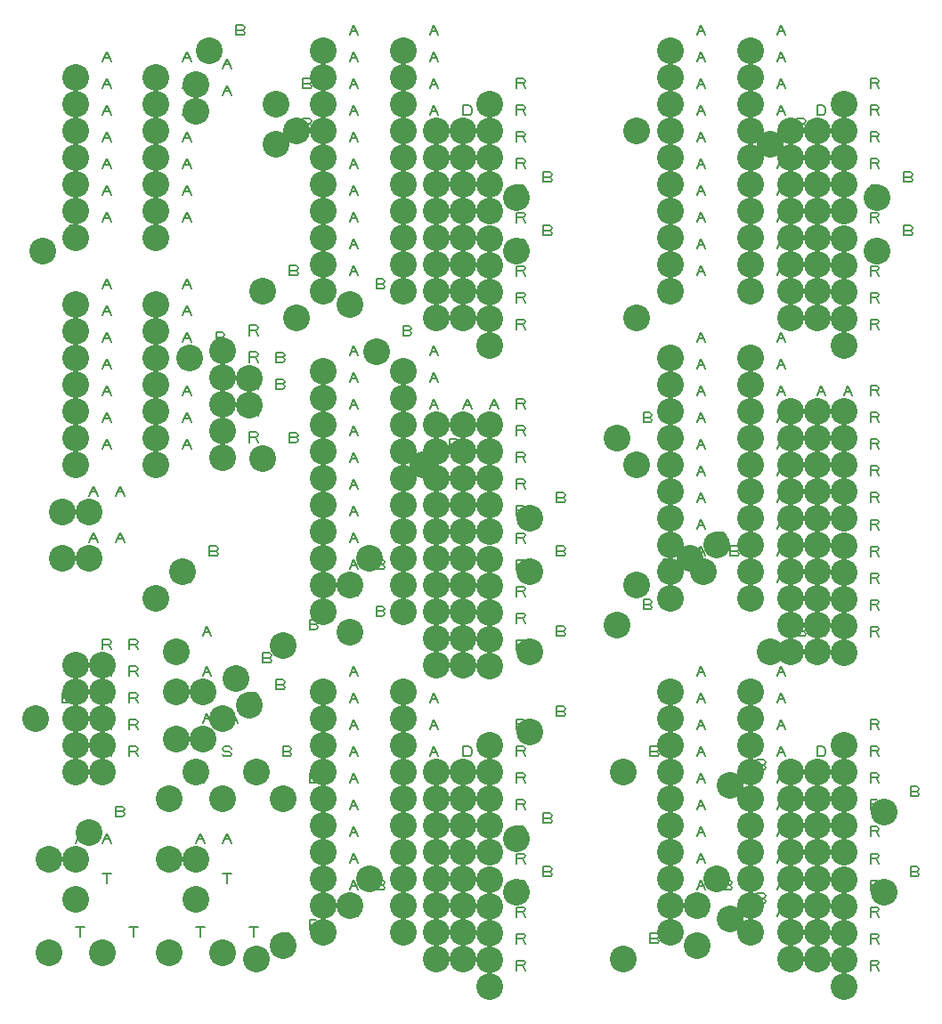
<source format=gbr>
G04 DesignSpark PCB Gerber Version 10.0 Build 5299*
G04 #@! TF.Part,Single*
G04 #@! TF.FileFunction,Drillmap*
G04 #@! TF.FilePolarity,Positive*
%FSLAX35Y35*%
%MOIN*%
%ADD13C,0.00500*%
G04 #@! TA.AperFunction,ViaPad*
%ADD97C,0.10000*%
G04 #@! TD.AperFunction*
X0Y0D02*
D02*
D13*
X32437Y120563D02*
X33063Y120250D01*
X33375Y119625D01*
X33063Y119000D01*
X32437Y118687D01*
X30250D01*
Y122437D01*
X32437D01*
X33063Y122125D01*
X33375Y121500D01*
X33063Y120875D01*
X32437Y120563D01*
X30250D01*
X34937Y295563D02*
X35563Y295250D01*
X35875Y294625D01*
X35563Y294000D01*
X34937Y293687D01*
X32750D01*
Y297437D01*
X34937D01*
X35563Y297125D01*
X35875Y296500D01*
X35563Y295875D01*
X34937Y295563D01*
X32750D01*
X36813Y31187D02*
Y34937D01*
X35250D02*
X38375D01*
X35250Y66187D02*
X36813Y69937D01*
X38375Y66187D01*
X35875Y67750D02*
X37750D01*
X40250Y178687D02*
X41813Y182437D01*
X43375Y178687D01*
X40875Y180250D02*
X42750D01*
X40250Y196187D02*
X41813Y199937D01*
X43375Y196187D01*
X40875Y197750D02*
X42750D01*
X46813Y51187D02*
Y54937D01*
X45250D02*
X48375D01*
X45250Y66187D02*
X46813Y69937D01*
X48375Y66187D01*
X45875Y67750D02*
X47750D01*
X45250Y98687D02*
Y102437D01*
X47437D01*
X48063Y102125D01*
X48375Y101500D01*
X48063Y100875D01*
X47437Y100563D01*
X45250D01*
X47437D02*
X48375Y98687D01*
X45250Y108687D02*
Y112437D01*
X47437D01*
X48063Y112125D01*
X48375Y111500D01*
X48063Y110875D01*
X47437Y110563D01*
X45250D01*
X47437D02*
X48375Y108687D01*
X45250Y118687D02*
Y122437D01*
X47437D01*
X48063Y122125D01*
X48375Y121500D01*
X48063Y120875D01*
X47437Y120563D01*
X45250D01*
X47437D02*
X48375Y118687D01*
X45250Y128687D02*
Y132437D01*
X47437D01*
X48063Y132125D01*
X48375Y131500D01*
X48063Y130875D01*
X47437Y130563D01*
X45250D01*
X47437D02*
X48375Y128687D01*
X45250Y138687D02*
Y142437D01*
X47437D01*
X48063Y142125D01*
X48375Y141500D01*
X48063Y140875D01*
X47437Y140563D01*
X45250D01*
X47437D02*
X48375Y138687D01*
X45250Y213687D02*
X46813Y217437D01*
X48375Y213687D01*
X45875Y215250D02*
X47750D01*
X45250Y223687D02*
X46813Y227437D01*
X48375Y223687D01*
X45875Y225250D02*
X47750D01*
X45250Y233687D02*
X46813Y237437D01*
X48375Y233687D01*
X45875Y235250D02*
X47750D01*
X45250Y243687D02*
X46813Y247437D01*
X48375Y243687D01*
X45875Y245250D02*
X47750D01*
X45250Y253687D02*
X46813Y257437D01*
X48375Y253687D01*
X45875Y255250D02*
X47750D01*
X45250Y263687D02*
X46813Y267437D01*
X48375Y263687D01*
X45875Y265250D02*
X47750D01*
X45250Y273687D02*
X46813Y277437D01*
X48375Y273687D01*
X45875Y275250D02*
X47750D01*
X45250Y298687D02*
X46813Y302437D01*
X48375Y298687D01*
X45875Y300250D02*
X47750D01*
X45250Y308687D02*
X46813Y312437D01*
X48375Y308687D01*
X45875Y310250D02*
X47750D01*
X45250Y318687D02*
X46813Y322437D01*
X48375Y318687D01*
X45875Y320250D02*
X47750D01*
X45250Y328687D02*
X46813Y332437D01*
X48375Y328687D01*
X45875Y330250D02*
X47750D01*
X45250Y338687D02*
X46813Y342437D01*
X48375Y338687D01*
X45875Y340250D02*
X47750D01*
X45250Y348687D02*
X46813Y352437D01*
X48375Y348687D01*
X45875Y350250D02*
X47750D01*
X45250Y358687D02*
X46813Y362437D01*
X48375Y358687D01*
X45875Y360250D02*
X47750D01*
X52437Y78063D02*
X53063Y77750D01*
X53375Y77125D01*
X53063Y76500D01*
X52437Y76187D01*
X50250D01*
Y79937D01*
X52437D01*
X53063Y79625D01*
X53375Y79000D01*
X53063Y78375D01*
X52437Y78063D01*
X50250D01*
Y178687D02*
X51813Y182437D01*
X53375Y178687D01*
X50875Y180250D02*
X52750D01*
X50250Y196187D02*
X51813Y199937D01*
X53375Y196187D01*
X50875Y197750D02*
X52750D01*
X56813Y31187D02*
Y34937D01*
X55250D02*
X58375D01*
X55250Y98687D02*
Y102437D01*
X57437D01*
X58063Y102125D01*
X58375Y101500D01*
X58063Y100875D01*
X57437Y100563D01*
X55250D01*
X57437D02*
X58375Y98687D01*
X55250Y108687D02*
Y112437D01*
X57437D01*
X58063Y112125D01*
X58375Y111500D01*
X58063Y110875D01*
X57437Y110563D01*
X55250D01*
X57437D02*
X58375Y108687D01*
X55250Y118687D02*
Y122437D01*
X57437D01*
X58063Y122125D01*
X58375Y121500D01*
X58063Y120875D01*
X57437Y120563D01*
X55250D01*
X57437D02*
X58375Y118687D01*
X55250Y128687D02*
Y132437D01*
X57437D01*
X58063Y132125D01*
X58375Y131500D01*
X58063Y130875D01*
X57437Y130563D01*
X55250D01*
X57437D02*
X58375Y128687D01*
X55250Y138687D02*
Y142437D01*
X57437D01*
X58063Y142125D01*
X58375Y141500D01*
X58063Y140875D01*
X57437Y140563D01*
X55250D01*
X57437D02*
X58375Y138687D01*
X77437Y165563D02*
X78063Y165250D01*
X78375Y164625D01*
X78063Y164000D01*
X77437Y163687D01*
X75250D01*
Y167437D01*
X77437D01*
X78063Y167125D01*
X78375Y166500D01*
X78063Y165875D01*
X77437Y165563D01*
X75250D01*
Y213687D02*
X76813Y217437D01*
X78375Y213687D01*
X75875Y215250D02*
X77750D01*
X75250Y223687D02*
X76813Y227437D01*
X78375Y223687D01*
X75875Y225250D02*
X77750D01*
X75250Y233687D02*
X76813Y237437D01*
X78375Y233687D01*
X75875Y235250D02*
X77750D01*
X75250Y243687D02*
X76813Y247437D01*
X78375Y243687D01*
X75875Y245250D02*
X77750D01*
X75250Y253687D02*
X76813Y257437D01*
X78375Y253687D01*
X75875Y255250D02*
X77750D01*
X75250Y263687D02*
X76813Y267437D01*
X78375Y263687D01*
X75875Y265250D02*
X77750D01*
X75250Y273687D02*
X76813Y277437D01*
X78375Y273687D01*
X75875Y275250D02*
X77750D01*
X75250Y298687D02*
X76813Y302437D01*
X78375Y298687D01*
X75875Y300250D02*
X77750D01*
X75250Y308687D02*
X76813Y312437D01*
X78375Y308687D01*
X75875Y310250D02*
X77750D01*
X75250Y318687D02*
X76813Y322437D01*
X78375Y318687D01*
X75875Y320250D02*
X77750D01*
X75250Y328687D02*
X76813Y332437D01*
X78375Y328687D01*
X75875Y330250D02*
X77750D01*
X75250Y338687D02*
X76813Y342437D01*
X78375Y338687D01*
X75875Y340250D02*
X77750D01*
X75250Y348687D02*
X76813Y352437D01*
X78375Y348687D01*
X75875Y350250D02*
X77750D01*
X75250Y358687D02*
X76813Y362437D01*
X78375Y358687D01*
X75875Y360250D02*
X77750D01*
X81813Y31187D02*
Y34937D01*
X80250D02*
X83375D01*
X80250Y66187D02*
X81813Y69937D01*
X83375Y66187D01*
X80875Y67750D02*
X82750D01*
X80250Y89625D02*
X80563Y89000D01*
X81187Y88687D01*
X82437D01*
X83063Y89000D01*
X83375Y89625D01*
X83063Y90250D01*
X82437Y90563D01*
X81187D01*
X80563Y90875D01*
X80250Y91500D01*
X80563Y92125D01*
X81187Y92437D01*
X82437D01*
X83063Y92125D01*
X83375Y91500D01*
X82750Y111187D02*
X84313Y114937D01*
X85875Y111187D01*
X83375Y112750D02*
X85250D01*
X82750Y128687D02*
X84313Y132437D01*
X85875Y128687D01*
X83375Y130250D02*
X85250D01*
X82750Y143687D02*
X84313Y147437D01*
X85875Y143687D01*
X83375Y145250D02*
X85250D01*
X87437Y175563D02*
X88063Y175250D01*
X88375Y174625D01*
X88063Y174000D01*
X87437Y173687D01*
X85250D01*
Y177437D01*
X87437D01*
X88063Y177125D01*
X88375Y176500D01*
X88063Y175875D01*
X87437Y175563D01*
X85250D01*
X89937Y255563D02*
X90563Y255250D01*
X90875Y254625D01*
X90563Y254000D01*
X89937Y253687D01*
X87750D01*
Y257437D01*
X89937D01*
X90563Y257125D01*
X90875Y256500D01*
X90563Y255875D01*
X89937Y255563D01*
X87750D01*
X91813Y51187D02*
Y54937D01*
X90250D02*
X93375D01*
X90250Y66187D02*
X91813Y69937D01*
X93375Y66187D01*
X90875Y67750D02*
X92750D01*
X90250Y99625D02*
X90563Y99000D01*
X91187Y98687D01*
X92437D01*
X93063Y99000D01*
X93375Y99625D01*
X93063Y100250D01*
X92437Y100563D01*
X91187D01*
X90563Y100875D01*
X90250Y101500D01*
X90563Y102125D01*
X91187Y102437D01*
X92437D01*
X93063Y102125D01*
X93375Y101500D01*
X90250Y346187D02*
X91813Y349937D01*
X93375Y346187D01*
X90875Y347750D02*
X92750D01*
X90250Y356187D02*
X91813Y359937D01*
X93375Y356187D01*
X90875Y357750D02*
X92750D01*
Y111187D02*
X94313Y114937D01*
X95875Y111187D01*
X93375Y112750D02*
X95250D01*
X92750Y128687D02*
X94313Y132437D01*
X95875Y128687D01*
X93375Y130250D02*
X95250D01*
X97437Y370563D02*
X98063Y370250D01*
X98375Y369625D01*
X98063Y369000D01*
X97437Y368687D01*
X95250D01*
Y372437D01*
X97437D01*
X98063Y372125D01*
X98375Y371500D01*
X98063Y370875D01*
X97437Y370563D01*
X95250D01*
X101813Y31187D02*
Y34937D01*
X100250D02*
X103375D01*
X100250Y89625D02*
X100563Y89000D01*
X101187Y88687D01*
X102437D01*
X103063Y89000D01*
X103375Y89625D01*
X103063Y90250D01*
X102437Y90563D01*
X101187D01*
X100563Y90875D01*
X100250Y91500D01*
X100563Y92125D01*
X101187Y92437D01*
X102437D01*
X103063Y92125D01*
X103375Y91500D01*
X102437Y120563D02*
X103063Y120250D01*
X103375Y119625D01*
X103063Y119000D01*
X102437Y118687D01*
X100250D01*
Y122437D01*
X102437D01*
X103063Y122125D01*
X103375Y121500D01*
X103063Y120875D01*
X102437Y120563D01*
X100250D01*
Y216306D02*
Y220056D01*
X102437D01*
X103063Y219743D01*
X103375Y219118D01*
X103063Y218493D01*
X102437Y218181D01*
X100250D01*
X102437D02*
X103375Y216306D01*
X100250Y226306D02*
Y230056D01*
X102437D01*
X103063Y229743D01*
X103375Y229118D01*
X103063Y228493D01*
X102437Y228181D01*
X100250D01*
X102437D02*
X103375Y226306D01*
X100250Y236306D02*
Y240056D01*
X102437D01*
X103063Y239743D01*
X103375Y239118D01*
X103063Y238493D01*
X102437Y238181D01*
X100250D01*
X102437D02*
X103375Y236306D01*
X100250Y246306D02*
Y250056D01*
X102437D01*
X103063Y249743D01*
X103375Y249118D01*
X103063Y248493D01*
X102437Y248181D01*
X100250D01*
X102437D02*
X103375Y246306D01*
X100250Y256306D02*
Y260056D01*
X102437D01*
X103063Y259743D01*
X103375Y259118D01*
X103063Y258493D01*
X102437Y258181D01*
X100250D01*
X102437D02*
X103375Y256306D01*
X107437Y135563D02*
X108063Y135250D01*
X108375Y134625D01*
X108063Y134000D01*
X107437Y133687D01*
X105250D01*
Y137437D01*
X107437D01*
X108063Y137125D01*
X108375Y136500D01*
X108063Y135875D01*
X107437Y135563D01*
X105250D01*
X112437Y125563D02*
X113063Y125250D01*
X113375Y124625D01*
X113063Y124000D01*
X112437Y123687D01*
X110250D01*
Y127437D01*
X112437D01*
X113063Y127125D01*
X113375Y126500D01*
X113063Y125875D01*
X112437Y125563D01*
X110250D01*
X112437Y238063D02*
X113063Y237750D01*
X113375Y237125D01*
X113063Y236500D01*
X112437Y236187D01*
X110250D01*
Y239937D01*
X112437D01*
X113063Y239625D01*
X113375Y239000D01*
X113063Y238375D01*
X112437Y238063D01*
X110250D01*
X112437Y248063D02*
X113063Y247750D01*
X113375Y247125D01*
X113063Y246500D01*
X112437Y246187D01*
X110250D01*
Y249937D01*
X112437D01*
X113063Y249625D01*
X113375Y249000D01*
X113063Y248375D01*
X112437Y248063D01*
X110250D01*
X114937Y30563D02*
X115563Y30250D01*
X115875Y29625D01*
X115563Y29000D01*
X114937Y28687D01*
X112750D01*
Y32437D01*
X114937D01*
X115563Y32125D01*
X115875Y31500D01*
X115563Y30875D01*
X114937Y30563D01*
X112750D01*
X114937Y100563D02*
X115563Y100250D01*
X115875Y99625D01*
X115563Y99000D01*
X114937Y98687D01*
X112750D01*
Y102437D01*
X114937D01*
X115563Y102125D01*
X115875Y101500D01*
X115563Y100875D01*
X114937Y100563D01*
X112750D01*
X117437Y218063D02*
X118063Y217750D01*
X118375Y217125D01*
X118063Y216500D01*
X117437Y216187D01*
X115250D01*
Y219937D01*
X117437D01*
X118063Y219625D01*
X118375Y219000D01*
X118063Y218375D01*
X117437Y218063D01*
X115250D01*
X117437Y280563D02*
X118063Y280250D01*
X118375Y279625D01*
X118063Y279000D01*
X117437Y278687D01*
X115250D01*
Y282437D01*
X117437D01*
X118063Y282125D01*
X118375Y281500D01*
X118063Y280875D01*
X117437Y280563D01*
X115250D01*
X122437Y335563D02*
X123063Y335250D01*
X123375Y334625D01*
X123063Y334000D01*
X122437Y333687D01*
X120250D01*
Y337437D01*
X122437D01*
X123063Y337125D01*
X123375Y336500D01*
X123063Y335875D01*
X122437Y335563D01*
X120250D01*
X122437Y350563D02*
X123063Y350250D01*
X123375Y349625D01*
X123063Y349000D01*
X122437Y348687D01*
X120250D01*
Y352437D01*
X122437D01*
X123063Y352125D01*
X123375Y351500D01*
X123063Y350875D01*
X122437Y350563D01*
X120250D01*
X124937Y35563D02*
X125563Y35250D01*
X125875Y34625D01*
X125563Y34000D01*
X124937Y33687D01*
X122750D01*
Y37437D01*
X124937D01*
X125563Y37125D01*
X125875Y36500D01*
X125563Y35875D01*
X124937Y35563D01*
X122750D01*
X124937Y90563D02*
X125563Y90250D01*
X125875Y89625D01*
X125563Y89000D01*
X124937Y88687D01*
X122750D01*
Y92437D01*
X124937D01*
X125563Y92125D01*
X125875Y91500D01*
X125563Y90875D01*
X124937Y90563D01*
X122750D01*
X124937Y148063D02*
X125563Y147750D01*
X125875Y147125D01*
X125563Y146500D01*
X124937Y146187D01*
X122750D01*
Y149937D01*
X124937D01*
X125563Y149625D01*
X125875Y149000D01*
X125563Y148375D01*
X124937Y148063D01*
X122750D01*
X129937Y270563D02*
X130563Y270250D01*
X130875Y269625D01*
X130563Y269000D01*
X129937Y268687D01*
X127750D01*
Y272437D01*
X129937D01*
X130563Y272125D01*
X130875Y271500D01*
X130563Y270875D01*
X129937Y270563D01*
X127750D01*
X129937Y340563D02*
X130563Y340250D01*
X130875Y339625D01*
X130563Y339000D01*
X129937Y338687D01*
X127750D01*
Y342437D01*
X129937D01*
X130563Y342125D01*
X130875Y341500D01*
X130563Y340875D01*
X129937Y340563D01*
X127750D01*
X137750Y38687D02*
X139313Y42437D01*
X140875Y38687D01*
X138375Y40250D02*
X140250D01*
X137750Y48687D02*
X139313Y52437D01*
X140875Y48687D01*
X138375Y50250D02*
X140250D01*
X137750Y58687D02*
X139313Y62437D01*
X140875Y58687D01*
X138375Y60250D02*
X140250D01*
X137750Y68687D02*
X139313Y72437D01*
X140875Y68687D01*
X138375Y70250D02*
X140250D01*
X137750Y78687D02*
X139313Y82437D01*
X140875Y78687D01*
X138375Y80250D02*
X140250D01*
X137750Y88687D02*
X139313Y92437D01*
X140875Y88687D01*
X138375Y90250D02*
X140250D01*
X137750Y98687D02*
X139313Y102437D01*
X140875Y98687D01*
X138375Y100250D02*
X140250D01*
X137750Y108687D02*
X139313Y112437D01*
X140875Y108687D01*
X138375Y110250D02*
X140250D01*
X137750Y118687D02*
X139313Y122437D01*
X140875Y118687D01*
X138375Y120250D02*
X140250D01*
X137750Y128687D02*
X139313Y132437D01*
X140875Y128687D01*
X138375Y130250D02*
X140250D01*
X137750Y158687D02*
X139313Y162437D01*
X140875Y158687D01*
X138375Y160250D02*
X140250D01*
X137750Y168687D02*
X139313Y172437D01*
X140875Y168687D01*
X138375Y170250D02*
X140250D01*
X137750Y178687D02*
X139313Y182437D01*
X140875Y178687D01*
X138375Y180250D02*
X140250D01*
X137750Y188687D02*
X139313Y192437D01*
X140875Y188687D01*
X138375Y190250D02*
X140250D01*
X137750Y198687D02*
X139313Y202437D01*
X140875Y198687D01*
X138375Y200250D02*
X140250D01*
X137750Y208687D02*
X139313Y212437D01*
X140875Y208687D01*
X138375Y210250D02*
X140250D01*
X137750Y218687D02*
X139313Y222437D01*
X140875Y218687D01*
X138375Y220250D02*
X140250D01*
X137750Y228687D02*
X139313Y232437D01*
X140875Y228687D01*
X138375Y230250D02*
X140250D01*
X137750Y238687D02*
X139313Y242437D01*
X140875Y238687D01*
X138375Y240250D02*
X140250D01*
X137750Y248687D02*
X139313Y252437D01*
X140875Y248687D01*
X138375Y250250D02*
X140250D01*
X137750Y278687D02*
X139313Y282437D01*
X140875Y278687D01*
X138375Y280250D02*
X140250D01*
X137750Y288687D02*
X139313Y292437D01*
X140875Y288687D01*
X138375Y290250D02*
X140250D01*
X137750Y298687D02*
X139313Y302437D01*
X140875Y298687D01*
X138375Y300250D02*
X140250D01*
X137750Y308687D02*
X139313Y312437D01*
X140875Y308687D01*
X138375Y310250D02*
X140250D01*
X137750Y318687D02*
X139313Y322437D01*
X140875Y318687D01*
X138375Y320250D02*
X140250D01*
X137750Y328687D02*
X139313Y332437D01*
X140875Y328687D01*
X138375Y330250D02*
X140250D01*
X137750Y338687D02*
X139313Y342437D01*
X140875Y338687D01*
X138375Y340250D02*
X140250D01*
X137750Y348687D02*
X139313Y352437D01*
X140875Y348687D01*
X138375Y350250D02*
X140250D01*
X137750Y358687D02*
X139313Y362437D01*
X140875Y358687D01*
X138375Y360250D02*
X140250D01*
X137750Y368687D02*
X139313Y372437D01*
X140875Y368687D01*
X138375Y370250D02*
X140250D01*
X149937Y50563D02*
X150563Y50250D01*
X150875Y49625D01*
X150563Y49000D01*
X149937Y48687D01*
X147750D01*
Y52437D01*
X149937D01*
X150563Y52125D01*
X150875Y51500D01*
X150563Y50875D01*
X149937Y50563D01*
X147750D01*
X149937Y153063D02*
X150563Y152750D01*
X150875Y152125D01*
X150563Y151500D01*
X149937Y151187D01*
X147750D01*
Y154937D01*
X149937D01*
X150563Y154625D01*
X150875Y154000D01*
X150563Y153375D01*
X149937Y153063D01*
X147750D01*
X149937Y170563D02*
X150563Y170250D01*
X150875Y169625D01*
X150563Y169000D01*
X149937Y168687D01*
X147750D01*
Y172437D01*
X149937D01*
X150563Y172125D01*
X150875Y171500D01*
X150563Y170875D01*
X149937Y170563D01*
X147750D01*
X149937Y275563D02*
X150563Y275250D01*
X150875Y274625D01*
X150563Y274000D01*
X149937Y273687D01*
X147750D01*
Y277437D01*
X149937D01*
X150563Y277125D01*
X150875Y276500D01*
X150563Y275875D01*
X149937Y275563D01*
X147750D01*
X157437Y60563D02*
X158063Y60250D01*
X158375Y59625D01*
X158063Y59000D01*
X157437Y58687D01*
X155250D01*
Y62437D01*
X157437D01*
X158063Y62125D01*
X158375Y61500D01*
X158063Y60875D01*
X157437Y60563D01*
X155250D01*
X157437Y180563D02*
X158063Y180250D01*
X158375Y179625D01*
X158063Y179000D01*
X157437Y178687D01*
X155250D01*
Y182437D01*
X157437D01*
X158063Y182125D01*
X158375Y181500D01*
X158063Y180875D01*
X157437Y180563D01*
X155250D01*
X159937Y258063D02*
X160563Y257750D01*
X160875Y257125D01*
X160563Y256500D01*
X159937Y256187D01*
X157750D01*
Y259937D01*
X159937D01*
X160563Y259625D01*
X160875Y259000D01*
X160563Y258375D01*
X159937Y258063D01*
X157750D01*
X167750Y38687D02*
X169313Y42437D01*
X170875Y38687D01*
X168375Y40250D02*
X170250D01*
X167750Y48687D02*
X169313Y52437D01*
X170875Y48687D01*
X168375Y50250D02*
X170250D01*
X167750Y58687D02*
X169313Y62437D01*
X170875Y58687D01*
X168375Y60250D02*
X170250D01*
X167750Y68687D02*
X169313Y72437D01*
X170875Y68687D01*
X168375Y70250D02*
X170250D01*
X167750Y78687D02*
X169313Y82437D01*
X170875Y78687D01*
X168375Y80250D02*
X170250D01*
X167750Y88687D02*
X169313Y92437D01*
X170875Y88687D01*
X168375Y90250D02*
X170250D01*
X167750Y98687D02*
X169313Y102437D01*
X170875Y98687D01*
X168375Y100250D02*
X170250D01*
X167750Y108687D02*
X169313Y112437D01*
X170875Y108687D01*
X168375Y110250D02*
X170250D01*
X167750Y118687D02*
X169313Y122437D01*
X170875Y118687D01*
X168375Y120250D02*
X170250D01*
X167750Y128687D02*
X169313Y132437D01*
X170875Y128687D01*
X168375Y130250D02*
X170250D01*
X167750Y158687D02*
X169313Y162437D01*
X170875Y158687D01*
X168375Y160250D02*
X170250D01*
X167750Y168687D02*
X169313Y172437D01*
X170875Y168687D01*
X168375Y170250D02*
X170250D01*
X167750Y178687D02*
X169313Y182437D01*
X170875Y178687D01*
X168375Y180250D02*
X170250D01*
X167750Y188687D02*
X169313Y192437D01*
X170875Y188687D01*
X168375Y190250D02*
X170250D01*
X167750Y198687D02*
X169313Y202437D01*
X170875Y198687D01*
X168375Y200250D02*
X170250D01*
X167750Y208687D02*
X169313Y212437D01*
X170875Y208687D01*
X168375Y210250D02*
X170250D01*
X167750Y218687D02*
X169313Y222437D01*
X170875Y218687D01*
X168375Y220250D02*
X170250D01*
X167750Y228687D02*
X169313Y232437D01*
X170875Y228687D01*
X168375Y230250D02*
X170250D01*
X167750Y238687D02*
X169313Y242437D01*
X170875Y238687D01*
X168375Y240250D02*
X170250D01*
X167750Y248687D02*
X169313Y252437D01*
X170875Y248687D01*
X168375Y250250D02*
X170250D01*
X167750Y278687D02*
X169313Y282437D01*
X170875Y278687D01*
X168375Y280250D02*
X170250D01*
X167750Y288687D02*
X169313Y292437D01*
X170875Y288687D01*
X168375Y290250D02*
X170250D01*
X167750Y298687D02*
X169313Y302437D01*
X170875Y298687D01*
X168375Y300250D02*
X170250D01*
X167750Y308687D02*
X169313Y312437D01*
X170875Y308687D01*
X168375Y310250D02*
X170250D01*
X167750Y318687D02*
X169313Y322437D01*
X170875Y318687D01*
X168375Y320250D02*
X170250D01*
X167750Y328687D02*
X169313Y332437D01*
X170875Y328687D01*
X168375Y330250D02*
X170250D01*
X167750Y338687D02*
X169313Y342437D01*
X170875Y338687D01*
X168375Y340250D02*
X170250D01*
X167750Y348687D02*
X169313Y352437D01*
X170875Y348687D01*
X168375Y350250D02*
X170250D01*
X167750Y358687D02*
X169313Y362437D01*
X170875Y358687D01*
X168375Y360250D02*
X170250D01*
X167750Y368687D02*
X169313Y372437D01*
X170875Y368687D01*
X168375Y370250D02*
X170250D01*
X177437Y215563D02*
X178063Y215250D01*
X178375Y214625D01*
X178063Y214000D01*
X177437Y213687D01*
X175250D01*
Y217437D01*
X177437D01*
X178063Y217125D01*
X178375Y216500D01*
X178063Y215875D01*
X177437Y215563D01*
X175250D01*
X180250Y28687D02*
Y32437D01*
X182125D01*
X182750Y32125D01*
X183063Y31813D01*
X183375Y31187D01*
Y29937D01*
X183063Y29313D01*
X182750Y29000D01*
X182125Y28687D01*
X180250D01*
Y38687D02*
Y42437D01*
X182125D01*
X182750Y42125D01*
X183063Y41813D01*
X183375Y41187D01*
Y39937D01*
X183063Y39313D01*
X182750Y39000D01*
X182125Y38687D01*
X180250D01*
Y48687D02*
Y52437D01*
X182125D01*
X182750Y52125D01*
X183063Y51813D01*
X183375Y51187D01*
Y49937D01*
X183063Y49313D01*
X182750Y49000D01*
X182125Y48687D01*
X180250D01*
Y58687D02*
Y62437D01*
X182125D01*
X182750Y62125D01*
X183063Y61813D01*
X183375Y61187D01*
Y59937D01*
X183063Y59313D01*
X182750Y59000D01*
X182125Y58687D01*
X180250D01*
Y68687D02*
Y72437D01*
X182125D01*
X182750Y72125D01*
X183063Y71813D01*
X183375Y71187D01*
Y69937D01*
X183063Y69313D01*
X182750Y69000D01*
X182125Y68687D01*
X180250D01*
Y78687D02*
Y82437D01*
X182125D01*
X182750Y82125D01*
X183063Y81813D01*
X183375Y81187D01*
Y79937D01*
X183063Y79313D01*
X182750Y79000D01*
X182125Y78687D01*
X180250D01*
Y88687D02*
Y92437D01*
X182125D01*
X182750Y92125D01*
X183063Y91813D01*
X183375Y91187D01*
Y89937D01*
X183063Y89313D01*
X182750Y89000D01*
X182125Y88687D01*
X180250D01*
Y98687D02*
Y102437D01*
X182125D01*
X182750Y102125D01*
X183063Y101813D01*
X183375Y101187D01*
Y99937D01*
X183063Y99313D01*
X182750Y99000D01*
X182125Y98687D01*
X180250D01*
Y138687D02*
X181813Y142437D01*
X183375Y138687D01*
X180875Y140250D02*
X182750D01*
X180250Y148687D02*
Y152437D01*
X182125D01*
X182750Y152125D01*
X183063Y151813D01*
X183375Y151187D01*
Y149937D01*
X183063Y149313D01*
X182750Y149000D01*
X182125Y148687D01*
X180250D01*
Y158687D02*
Y162437D01*
X182125D01*
X182750Y162125D01*
X183063Y161813D01*
X183375Y161187D01*
Y159937D01*
X183063Y159313D01*
X182750Y159000D01*
X182125Y158687D01*
X180250D01*
Y168687D02*
Y172437D01*
X182125D01*
X182750Y172125D01*
X183063Y171813D01*
X183375Y171187D01*
Y169937D01*
X183063Y169313D01*
X182750Y169000D01*
X182125Y168687D01*
X180250D01*
Y178687D02*
Y182437D01*
X182125D01*
X182750Y182125D01*
X183063Y181813D01*
X183375Y181187D01*
Y179937D01*
X183063Y179313D01*
X182750Y179000D01*
X182125Y178687D01*
X180250D01*
Y188687D02*
Y192437D01*
X182125D01*
X182750Y192125D01*
X183063Y191813D01*
X183375Y191187D01*
Y189937D01*
X183063Y189313D01*
X182750Y189000D01*
X182125Y188687D01*
X180250D01*
Y198687D02*
Y202437D01*
X182125D01*
X182750Y202125D01*
X183063Y201813D01*
X183375Y201187D01*
Y199937D01*
X183063Y199313D01*
X182750Y199000D01*
X182125Y198687D01*
X180250D01*
Y208687D02*
Y212437D01*
X182125D01*
X182750Y212125D01*
X183063Y211813D01*
X183375Y211187D01*
Y209937D01*
X183063Y209313D01*
X182750Y209000D01*
X182125Y208687D01*
X180250D01*
Y218687D02*
Y222437D01*
X182125D01*
X182750Y222125D01*
X183063Y221813D01*
X183375Y221187D01*
Y219937D01*
X183063Y219313D01*
X182750Y219000D01*
X182125Y218687D01*
X180250D01*
Y228687D02*
X181813Y232437D01*
X183375Y228687D01*
X180875Y230250D02*
X182750D01*
X180250Y268687D02*
Y272437D01*
X182125D01*
X182750Y272125D01*
X183063Y271813D01*
X183375Y271187D01*
Y269937D01*
X183063Y269313D01*
X182750Y269000D01*
X182125Y268687D01*
X180250D01*
Y278687D02*
Y282437D01*
X182125D01*
X182750Y282125D01*
X183063Y281813D01*
X183375Y281187D01*
Y279937D01*
X183063Y279313D01*
X182750Y279000D01*
X182125Y278687D01*
X180250D01*
Y288687D02*
Y292437D01*
X182125D01*
X182750Y292125D01*
X183063Y291813D01*
X183375Y291187D01*
Y289937D01*
X183063Y289313D01*
X182750Y289000D01*
X182125Y288687D01*
X180250D01*
Y298687D02*
Y302437D01*
X182125D01*
X182750Y302125D01*
X183063Y301813D01*
X183375Y301187D01*
Y299937D01*
X183063Y299313D01*
X182750Y299000D01*
X182125Y298687D01*
X180250D01*
Y308687D02*
Y312437D01*
X182125D01*
X182750Y312125D01*
X183063Y311813D01*
X183375Y311187D01*
Y309937D01*
X183063Y309313D01*
X182750Y309000D01*
X182125Y308687D01*
X180250D01*
Y318687D02*
Y322437D01*
X182125D01*
X182750Y322125D01*
X183063Y321813D01*
X183375Y321187D01*
Y319937D01*
X183063Y319313D01*
X182750Y319000D01*
X182125Y318687D01*
X180250D01*
Y328687D02*
Y332437D01*
X182125D01*
X182750Y332125D01*
X183063Y331813D01*
X183375Y331187D01*
Y329937D01*
X183063Y329313D01*
X182750Y329000D01*
X182125Y328687D01*
X180250D01*
Y338687D02*
Y342437D01*
X182125D01*
X182750Y342125D01*
X183063Y341813D01*
X183375Y341187D01*
Y339937D01*
X183063Y339313D01*
X182750Y339000D01*
X182125Y338687D01*
X180250D01*
X190250Y28687D02*
Y32437D01*
X192125D01*
X192750Y32125D01*
X193063Y31813D01*
X193375Y31187D01*
Y29937D01*
X193063Y29313D01*
X192750Y29000D01*
X192125Y28687D01*
X190250D01*
Y38687D02*
Y42437D01*
X192125D01*
X192750Y42125D01*
X193063Y41813D01*
X193375Y41187D01*
Y39937D01*
X193063Y39313D01*
X192750Y39000D01*
X192125Y38687D01*
X190250D01*
Y48687D02*
Y52437D01*
X192125D01*
X192750Y52125D01*
X193063Y51813D01*
X193375Y51187D01*
Y49937D01*
X193063Y49313D01*
X192750Y49000D01*
X192125Y48687D01*
X190250D01*
Y58687D02*
Y62437D01*
X192125D01*
X192750Y62125D01*
X193063Y61813D01*
X193375Y61187D01*
Y59937D01*
X193063Y59313D01*
X192750Y59000D01*
X192125Y58687D01*
X190250D01*
Y68687D02*
Y72437D01*
X192125D01*
X192750Y72125D01*
X193063Y71813D01*
X193375Y71187D01*
Y69937D01*
X193063Y69313D01*
X192750Y69000D01*
X192125Y68687D01*
X190250D01*
Y78687D02*
Y82437D01*
X192125D01*
X192750Y82125D01*
X193063Y81813D01*
X193375Y81187D01*
Y79937D01*
X193063Y79313D01*
X192750Y79000D01*
X192125Y78687D01*
X190250D01*
Y88687D02*
Y92437D01*
X192125D01*
X192750Y92125D01*
X193063Y91813D01*
X193375Y91187D01*
Y89937D01*
X193063Y89313D01*
X192750Y89000D01*
X192125Y88687D01*
X190250D01*
Y98687D02*
Y102437D01*
X192125D01*
X192750Y102125D01*
X193063Y101813D01*
X193375Y101187D01*
Y99937D01*
X193063Y99313D01*
X192750Y99000D01*
X192125Y98687D01*
X190250D01*
Y138687D02*
X191813Y142437D01*
X193375Y138687D01*
X190875Y140250D02*
X192750D01*
X190250Y148687D02*
Y152437D01*
X192125D01*
X192750Y152125D01*
X193063Y151813D01*
X193375Y151187D01*
Y149937D01*
X193063Y149313D01*
X192750Y149000D01*
X192125Y148687D01*
X190250D01*
Y158687D02*
Y162437D01*
X192125D01*
X192750Y162125D01*
X193063Y161813D01*
X193375Y161187D01*
Y159937D01*
X193063Y159313D01*
X192750Y159000D01*
X192125Y158687D01*
X190250D01*
Y168687D02*
Y172437D01*
X192125D01*
X192750Y172125D01*
X193063Y171813D01*
X193375Y171187D01*
Y169937D01*
X193063Y169313D01*
X192750Y169000D01*
X192125Y168687D01*
X190250D01*
Y178687D02*
Y182437D01*
X192125D01*
X192750Y182125D01*
X193063Y181813D01*
X193375Y181187D01*
Y179937D01*
X193063Y179313D01*
X192750Y179000D01*
X192125Y178687D01*
X190250D01*
Y188687D02*
Y192437D01*
X192125D01*
X192750Y192125D01*
X193063Y191813D01*
X193375Y191187D01*
Y189937D01*
X193063Y189313D01*
X192750Y189000D01*
X192125Y188687D01*
X190250D01*
Y198687D02*
Y202437D01*
X192125D01*
X192750Y202125D01*
X193063Y201813D01*
X193375Y201187D01*
Y199937D01*
X193063Y199313D01*
X192750Y199000D01*
X192125Y198687D01*
X190250D01*
Y208687D02*
Y212437D01*
X192125D01*
X192750Y212125D01*
X193063Y211813D01*
X193375Y211187D01*
Y209937D01*
X193063Y209313D01*
X192750Y209000D01*
X192125Y208687D01*
X190250D01*
Y218687D02*
Y222437D01*
X192125D01*
X192750Y222125D01*
X193063Y221813D01*
X193375Y221187D01*
Y219937D01*
X193063Y219313D01*
X192750Y219000D01*
X192125Y218687D01*
X190250D01*
Y228687D02*
X191813Y232437D01*
X193375Y228687D01*
X190875Y230250D02*
X192750D01*
X190250Y268687D02*
Y272437D01*
X192125D01*
X192750Y272125D01*
X193063Y271813D01*
X193375Y271187D01*
Y269937D01*
X193063Y269313D01*
X192750Y269000D01*
X192125Y268687D01*
X190250D01*
Y278687D02*
Y282437D01*
X192125D01*
X192750Y282125D01*
X193063Y281813D01*
X193375Y281187D01*
Y279937D01*
X193063Y279313D01*
X192750Y279000D01*
X192125Y278687D01*
X190250D01*
Y288687D02*
Y292437D01*
X192125D01*
X192750Y292125D01*
X193063Y291813D01*
X193375Y291187D01*
Y289937D01*
X193063Y289313D01*
X192750Y289000D01*
X192125Y288687D01*
X190250D01*
Y298687D02*
Y302437D01*
X192125D01*
X192750Y302125D01*
X193063Y301813D01*
X193375Y301187D01*
Y299937D01*
X193063Y299313D01*
X192750Y299000D01*
X192125Y298687D01*
X190250D01*
Y308687D02*
Y312437D01*
X192125D01*
X192750Y312125D01*
X193063Y311813D01*
X193375Y311187D01*
Y309937D01*
X193063Y309313D01*
X192750Y309000D01*
X192125Y308687D01*
X190250D01*
Y318687D02*
Y322437D01*
X192125D01*
X192750Y322125D01*
X193063Y321813D01*
X193375Y321187D01*
Y319937D01*
X193063Y319313D01*
X192750Y319000D01*
X192125Y318687D01*
X190250D01*
Y328687D02*
Y332437D01*
X192125D01*
X192750Y332125D01*
X193063Y331813D01*
X193375Y331187D01*
Y329937D01*
X193063Y329313D01*
X192750Y329000D01*
X192125Y328687D01*
X190250D01*
Y338687D02*
Y342437D01*
X192125D01*
X192750Y342125D01*
X193063Y341813D01*
X193375Y341187D01*
Y339937D01*
X193063Y339313D01*
X192750Y339000D01*
X192125Y338687D01*
X190250D01*
X200250Y18569D02*
Y22319D01*
X202437D01*
X203063Y22007D01*
X203375Y21382D01*
X203063Y20757D01*
X202437Y20444D01*
X200250D01*
X202437D02*
X203375Y18569D01*
X200250Y28569D02*
Y32319D01*
X202437D01*
X203063Y32007D01*
X203375Y31382D01*
X203063Y30757D01*
X202437Y30444D01*
X200250D01*
X202437D02*
X203375Y28569D01*
X200250Y38569D02*
Y42319D01*
X202437D01*
X203063Y42007D01*
X203375Y41382D01*
X203063Y40757D01*
X202437Y40444D01*
X200250D01*
X202437D02*
X203375Y38569D01*
X200250Y48569D02*
Y52319D01*
X202437D01*
X203063Y52007D01*
X203375Y51382D01*
X203063Y50757D01*
X202437Y50444D01*
X200250D01*
X202437D02*
X203375Y48569D01*
X200250Y58569D02*
Y62319D01*
X202437D01*
X203063Y62007D01*
X203375Y61382D01*
X203063Y60757D01*
X202437Y60444D01*
X200250D01*
X202437D02*
X203375Y58569D01*
X200250Y68806D02*
Y72556D01*
X202437D01*
X203063Y72243D01*
X203375Y71618D01*
X203063Y70993D01*
X202437Y70681D01*
X200250D01*
X202437D02*
X203375Y68806D01*
X200250Y78806D02*
Y82556D01*
X202437D01*
X203063Y82243D01*
X203375Y81618D01*
X203063Y80993D01*
X202437Y80681D01*
X200250D01*
X202437D02*
X203375Y78806D01*
X200250Y88806D02*
Y92556D01*
X202437D01*
X203063Y92243D01*
X203375Y91618D01*
X203063Y90993D01*
X202437Y90681D01*
X200250D01*
X202437D02*
X203375Y88806D01*
X200250Y98806D02*
Y102556D01*
X202437D01*
X203063Y102243D01*
X203375Y101618D01*
X203063Y100993D01*
X202437Y100681D01*
X200250D01*
X202437D02*
X203375Y98806D01*
X200250Y108806D02*
Y112556D01*
X202437D01*
X203063Y112243D01*
X203375Y111618D01*
X203063Y110993D01*
X202437Y110681D01*
X200250D01*
X202437D02*
X203375Y108806D01*
X200250Y138569D02*
Y142319D01*
X202437D01*
X203063Y142007D01*
X203375Y141382D01*
X203063Y140757D01*
X202437Y140444D01*
X200250D01*
X202437D02*
X203375Y138569D01*
X200250Y148569D02*
Y152319D01*
X202437D01*
X203063Y152007D01*
X203375Y151382D01*
X203063Y150757D01*
X202437Y150444D01*
X200250D01*
X202437D02*
X203375Y148569D01*
X200250Y158569D02*
Y162319D01*
X202437D01*
X203063Y162007D01*
X203375Y161382D01*
X203063Y160757D01*
X202437Y160444D01*
X200250D01*
X202437D02*
X203375Y158569D01*
X200250Y168569D02*
Y172319D01*
X202437D01*
X203063Y172007D01*
X203375Y171382D01*
X203063Y170757D01*
X202437Y170444D01*
X200250D01*
X202437D02*
X203375Y168569D01*
X200250Y178569D02*
Y182319D01*
X202437D01*
X203063Y182007D01*
X203375Y181382D01*
X203063Y180757D01*
X202437Y180444D01*
X200250D01*
X202437D02*
X203375Y178569D01*
X200250Y188806D02*
Y192556D01*
X202437D01*
X203063Y192243D01*
X203375Y191618D01*
X203063Y190993D01*
X202437Y190681D01*
X200250D01*
X202437D02*
X203375Y188806D01*
X200250Y198806D02*
Y202556D01*
X202437D01*
X203063Y202243D01*
X203375Y201618D01*
X203063Y200993D01*
X202437Y200681D01*
X200250D01*
X202437D02*
X203375Y198806D01*
X200250Y208806D02*
Y212556D01*
X202437D01*
X203063Y212243D01*
X203375Y211618D01*
X203063Y210993D01*
X202437Y210681D01*
X200250D01*
X202437D02*
X203375Y208806D01*
X200250Y218806D02*
Y222556D01*
X202437D01*
X203063Y222243D01*
X203375Y221618D01*
X203063Y220993D01*
X202437Y220681D01*
X200250D01*
X202437D02*
X203375Y218806D01*
X200250Y228806D02*
Y232556D01*
X202437D01*
X203063Y232243D01*
X203375Y231618D01*
X203063Y230993D01*
X202437Y230681D01*
X200250D01*
X202437D02*
X203375Y228806D01*
X200250Y258569D02*
Y262319D01*
X202437D01*
X203063Y262007D01*
X203375Y261382D01*
X203063Y260757D01*
X202437Y260444D01*
X200250D01*
X202437D02*
X203375Y258569D01*
X200250Y268569D02*
Y272319D01*
X202437D01*
X203063Y272007D01*
X203375Y271382D01*
X203063Y270757D01*
X202437Y270444D01*
X200250D01*
X202437D02*
X203375Y268569D01*
X200250Y278569D02*
Y282319D01*
X202437D01*
X203063Y282007D01*
X203375Y281382D01*
X203063Y280757D01*
X202437Y280444D01*
X200250D01*
X202437D02*
X203375Y278569D01*
X200250Y288569D02*
Y292319D01*
X202437D01*
X203063Y292007D01*
X203375Y291382D01*
X203063Y290757D01*
X202437Y290444D01*
X200250D01*
X202437D02*
X203375Y288569D01*
X200250Y298569D02*
Y302319D01*
X202437D01*
X203063Y302007D01*
X203375Y301382D01*
X203063Y300757D01*
X202437Y300444D01*
X200250D01*
X202437D02*
X203375Y298569D01*
X200250Y308806D02*
Y312556D01*
X202437D01*
X203063Y312243D01*
X203375Y311618D01*
X203063Y310993D01*
X202437Y310681D01*
X200250D01*
X202437D02*
X203375Y308806D01*
X200250Y318806D02*
Y322556D01*
X202437D01*
X203063Y322243D01*
X203375Y321618D01*
X203063Y320993D01*
X202437Y320681D01*
X200250D01*
X202437D02*
X203375Y318806D01*
X200250Y328806D02*
Y332556D01*
X202437D01*
X203063Y332243D01*
X203375Y331618D01*
X203063Y330993D01*
X202437Y330681D01*
X200250D01*
X202437D02*
X203375Y328806D01*
X200250Y338806D02*
Y342556D01*
X202437D01*
X203063Y342243D01*
X203375Y341618D01*
X203063Y340993D01*
X202437Y340681D01*
X200250D01*
X202437D02*
X203375Y338806D01*
X200250Y348806D02*
Y352556D01*
X202437D01*
X203063Y352243D01*
X203375Y351618D01*
X203063Y350993D01*
X202437Y350681D01*
X200250D01*
X202437D02*
X203375Y348806D01*
X212437Y55563D02*
X213063Y55250D01*
X213375Y54625D01*
X213063Y54000D01*
X212437Y53687D01*
X210250D01*
Y57437D01*
X212437D01*
X213063Y57125D01*
X213375Y56500D01*
X213063Y55875D01*
X212437Y55563D01*
X210250D01*
X212437Y75563D02*
X213063Y75250D01*
X213375Y74625D01*
X213063Y74000D01*
X212437Y73687D01*
X210250D01*
Y77437D01*
X212437D01*
X213063Y77125D01*
X213375Y76500D01*
X213063Y75875D01*
X212437Y75563D01*
X210250D01*
X212437Y295563D02*
X213063Y295250D01*
X213375Y294625D01*
X213063Y294000D01*
X212437Y293687D01*
X210250D01*
Y297437D01*
X212437D01*
X213063Y297125D01*
X213375Y296500D01*
X213063Y295875D01*
X212437Y295563D01*
X210250D01*
X212437Y315563D02*
X213063Y315250D01*
X213375Y314625D01*
X213063Y314000D01*
X212437Y313687D01*
X210250D01*
Y317437D01*
X212437D01*
X213063Y317125D01*
X213375Y316500D01*
X213063Y315875D01*
X212437Y315563D01*
X210250D01*
X217437Y115563D02*
X218063Y115250D01*
X218375Y114625D01*
X218063Y114000D01*
X217437Y113687D01*
X215250D01*
Y117437D01*
X217437D01*
X218063Y117125D01*
X218375Y116500D01*
X218063Y115875D01*
X217437Y115563D01*
X215250D01*
X217437Y145563D02*
X218063Y145250D01*
X218375Y144625D01*
X218063Y144000D01*
X217437Y143687D01*
X215250D01*
Y147437D01*
X217437D01*
X218063Y147125D01*
X218375Y146500D01*
X218063Y145875D01*
X217437Y145563D01*
X215250D01*
X217437Y175563D02*
X218063Y175250D01*
X218375Y174625D01*
X218063Y174000D01*
X217437Y173687D01*
X215250D01*
Y177437D01*
X217437D01*
X218063Y177125D01*
X218375Y176500D01*
X218063Y175875D01*
X217437Y175563D01*
X215250D01*
X217437Y195563D02*
X218063Y195250D01*
X218375Y194625D01*
X218063Y194000D01*
X217437Y193687D01*
X215250D01*
Y197437D01*
X217437D01*
X218063Y197125D01*
X218375Y196500D01*
X218063Y195875D01*
X217437Y195563D01*
X215250D01*
X249937Y155563D02*
X250563Y155250D01*
X250875Y154625D01*
X250563Y154000D01*
X249937Y153687D01*
X247750D01*
Y157437D01*
X249937D01*
X250563Y157125D01*
X250875Y156500D01*
X250563Y155875D01*
X249937Y155563D01*
X247750D01*
X249937Y225563D02*
X250563Y225250D01*
X250875Y224625D01*
X250563Y224000D01*
X249937Y223687D01*
X247750D01*
Y227437D01*
X249937D01*
X250563Y227125D01*
X250875Y226500D01*
X250563Y225875D01*
X249937Y225563D01*
X247750D01*
X252437Y30563D02*
X253063Y30250D01*
X253375Y29625D01*
X253063Y29000D01*
X252437Y28687D01*
X250250D01*
Y32437D01*
X252437D01*
X253063Y32125D01*
X253375Y31500D01*
X253063Y30875D01*
X252437Y30563D01*
X250250D01*
X252437Y100563D02*
X253063Y100250D01*
X253375Y99625D01*
X253063Y99000D01*
X252437Y98687D01*
X250250D01*
Y102437D01*
X252437D01*
X253063Y102125D01*
X253375Y101500D01*
X253063Y100875D01*
X252437Y100563D01*
X250250D01*
X257437Y170563D02*
X258063Y170250D01*
X258375Y169625D01*
X258063Y169000D01*
X257437Y168687D01*
X255250D01*
Y172437D01*
X257437D01*
X258063Y172125D01*
X258375Y171500D01*
X258063Y170875D01*
X257437Y170563D01*
X255250D01*
X257437Y215563D02*
X258063Y215250D01*
X258375Y214625D01*
X258063Y214000D01*
X257437Y213687D01*
X255250D01*
Y217437D01*
X257437D01*
X258063Y217125D01*
X258375Y216500D01*
X258063Y215875D01*
X257437Y215563D01*
X255250D01*
X257437Y270563D02*
X258063Y270250D01*
X258375Y269625D01*
X258063Y269000D01*
X257437Y268687D01*
X255250D01*
Y272437D01*
X257437D01*
X258063Y272125D01*
X258375Y271500D01*
X258063Y270875D01*
X257437Y270563D01*
X255250D01*
X257437Y340563D02*
X258063Y340250D01*
X258375Y339625D01*
X258063Y339000D01*
X257437Y338687D01*
X255250D01*
Y342437D01*
X257437D01*
X258063Y342125D01*
X258375Y341500D01*
X258063Y340875D01*
X257437Y340563D01*
X255250D01*
X267750Y38687D02*
X269313Y42437D01*
X270875Y38687D01*
X268375Y40250D02*
X270250D01*
X267750Y48687D02*
X269313Y52437D01*
X270875Y48687D01*
X268375Y50250D02*
X270250D01*
X267750Y58687D02*
X269313Y62437D01*
X270875Y58687D01*
X268375Y60250D02*
X270250D01*
X267750Y68687D02*
X269313Y72437D01*
X270875Y68687D01*
X268375Y70250D02*
X270250D01*
X267750Y78687D02*
X269313Y82437D01*
X270875Y78687D01*
X268375Y80250D02*
X270250D01*
X267750Y88687D02*
X269313Y92437D01*
X270875Y88687D01*
X268375Y90250D02*
X270250D01*
X267750Y98687D02*
X269313Y102437D01*
X270875Y98687D01*
X268375Y100250D02*
X270250D01*
X267750Y108687D02*
X269313Y112437D01*
X270875Y108687D01*
X268375Y110250D02*
X270250D01*
X267750Y118687D02*
X269313Y122437D01*
X270875Y118687D01*
X268375Y120250D02*
X270250D01*
X267750Y128687D02*
X269313Y132437D01*
X270875Y128687D01*
X268375Y130250D02*
X270250D01*
X267750Y163687D02*
X269313Y167437D01*
X270875Y163687D01*
X268375Y165250D02*
X270250D01*
X267750Y173687D02*
X269313Y177437D01*
X270875Y173687D01*
X268375Y175250D02*
X270250D01*
X267750Y183687D02*
X269313Y187437D01*
X270875Y183687D01*
X268375Y185250D02*
X270250D01*
X267750Y193687D02*
X269313Y197437D01*
X270875Y193687D01*
X268375Y195250D02*
X270250D01*
X267750Y203687D02*
X269313Y207437D01*
X270875Y203687D01*
X268375Y205250D02*
X270250D01*
X267750Y213687D02*
X269313Y217437D01*
X270875Y213687D01*
X268375Y215250D02*
X270250D01*
X267750Y223687D02*
X269313Y227437D01*
X270875Y223687D01*
X268375Y225250D02*
X270250D01*
X267750Y233687D02*
X269313Y237437D01*
X270875Y233687D01*
X268375Y235250D02*
X270250D01*
X267750Y243687D02*
X269313Y247437D01*
X270875Y243687D01*
X268375Y245250D02*
X270250D01*
X267750Y253687D02*
X269313Y257437D01*
X270875Y253687D01*
X268375Y255250D02*
X270250D01*
X267750Y278687D02*
X269313Y282437D01*
X270875Y278687D01*
X268375Y280250D02*
X270250D01*
X267750Y288687D02*
X269313Y292437D01*
X270875Y288687D01*
X268375Y290250D02*
X270250D01*
X267750Y298687D02*
X269313Y302437D01*
X270875Y298687D01*
X268375Y300250D02*
X270250D01*
X267750Y308687D02*
X269313Y312437D01*
X270875Y308687D01*
X268375Y310250D02*
X270250D01*
X267750Y318687D02*
X269313Y322437D01*
X270875Y318687D01*
X268375Y320250D02*
X270250D01*
X267750Y328687D02*
X269313Y332437D01*
X270875Y328687D01*
X268375Y330250D02*
X270250D01*
X267750Y338687D02*
X269313Y342437D01*
X270875Y338687D01*
X268375Y340250D02*
X270250D01*
X267750Y348687D02*
X269313Y352437D01*
X270875Y348687D01*
X268375Y350250D02*
X270250D01*
X267750Y358687D02*
X269313Y362437D01*
X270875Y358687D01*
X268375Y360250D02*
X270250D01*
X267750Y368687D02*
X269313Y372437D01*
X270875Y368687D01*
X268375Y370250D02*
X270250D01*
X277437Y180563D02*
X278063Y180250D01*
X278375Y179625D01*
X278063Y179000D01*
X277437Y178687D01*
X275250D01*
Y182437D01*
X277437D01*
X278063Y182125D01*
X278375Y181500D01*
X278063Y180875D01*
X277437Y180563D01*
X275250D01*
X279937Y35563D02*
X280563Y35250D01*
X280875Y34625D01*
X280563Y34000D01*
X279937Y33687D01*
X277750D01*
Y37437D01*
X279937D01*
X280563Y37125D01*
X280875Y36500D01*
X280563Y35875D01*
X279937Y35563D01*
X277750D01*
X279937Y50563D02*
X280563Y50250D01*
X280875Y49625D01*
X280563Y49000D01*
X279937Y48687D01*
X277750D01*
Y52437D01*
X279937D01*
X280563Y52125D01*
X280875Y51500D01*
X280563Y50875D01*
X279937Y50563D01*
X277750D01*
X282437Y175563D02*
X283063Y175250D01*
X283375Y174625D01*
X283063Y174000D01*
X282437Y173687D01*
X280250D01*
Y177437D01*
X282437D01*
X283063Y177125D01*
X283375Y176500D01*
X283063Y175875D01*
X282437Y175563D01*
X280250D01*
X287437Y60563D02*
X288063Y60250D01*
X288375Y59625D01*
X288063Y59000D01*
X287437Y58687D01*
X285250D01*
Y62437D01*
X287437D01*
X288063Y62125D01*
X288375Y61500D01*
X288063Y60875D01*
X287437Y60563D01*
X285250D01*
X287437Y185563D02*
X288063Y185250D01*
X288375Y184625D01*
X288063Y184000D01*
X287437Y183687D01*
X285250D01*
Y187437D01*
X287437D01*
X288063Y187125D01*
X288375Y186500D01*
X288063Y185875D01*
X287437Y185563D01*
X285250D01*
X292437Y45563D02*
X293063Y45250D01*
X293375Y44625D01*
X293063Y44000D01*
X292437Y43687D01*
X290250D01*
Y47437D01*
X292437D01*
X293063Y47125D01*
X293375Y46500D01*
X293063Y45875D01*
X292437Y45563D01*
X290250D01*
X292437Y95563D02*
X293063Y95250D01*
X293375Y94625D01*
X293063Y94000D01*
X292437Y93687D01*
X290250D01*
Y97437D01*
X292437D01*
X293063Y97125D01*
X293375Y96500D01*
X293063Y95875D01*
X292437Y95563D01*
X290250D01*
X297750Y38687D02*
X299313Y42437D01*
X300875Y38687D01*
X298375Y40250D02*
X300250D01*
X297750Y48687D02*
X299313Y52437D01*
X300875Y48687D01*
X298375Y50250D02*
X300250D01*
X297750Y58687D02*
X299313Y62437D01*
X300875Y58687D01*
X298375Y60250D02*
X300250D01*
X297750Y68687D02*
X299313Y72437D01*
X300875Y68687D01*
X298375Y70250D02*
X300250D01*
X297750Y78687D02*
X299313Y82437D01*
X300875Y78687D01*
X298375Y80250D02*
X300250D01*
X297750Y88687D02*
X299313Y92437D01*
X300875Y88687D01*
X298375Y90250D02*
X300250D01*
X297750Y98687D02*
X299313Y102437D01*
X300875Y98687D01*
X298375Y100250D02*
X300250D01*
X297750Y108687D02*
X299313Y112437D01*
X300875Y108687D01*
X298375Y110250D02*
X300250D01*
X297750Y118687D02*
X299313Y122437D01*
X300875Y118687D01*
X298375Y120250D02*
X300250D01*
X297750Y128687D02*
X299313Y132437D01*
X300875Y128687D01*
X298375Y130250D02*
X300250D01*
X297750Y163687D02*
X299313Y167437D01*
X300875Y163687D01*
X298375Y165250D02*
X300250D01*
X297750Y173687D02*
X299313Y177437D01*
X300875Y173687D01*
X298375Y175250D02*
X300250D01*
X297750Y183687D02*
X299313Y187437D01*
X300875Y183687D01*
X298375Y185250D02*
X300250D01*
X297750Y193687D02*
X299313Y197437D01*
X300875Y193687D01*
X298375Y195250D02*
X300250D01*
X297750Y203687D02*
X299313Y207437D01*
X300875Y203687D01*
X298375Y205250D02*
X300250D01*
X297750Y213687D02*
X299313Y217437D01*
X300875Y213687D01*
X298375Y215250D02*
X300250D01*
X297750Y223687D02*
X299313Y227437D01*
X300875Y223687D01*
X298375Y225250D02*
X300250D01*
X297750Y233687D02*
X299313Y237437D01*
X300875Y233687D01*
X298375Y235250D02*
X300250D01*
X297750Y243687D02*
X299313Y247437D01*
X300875Y243687D01*
X298375Y245250D02*
X300250D01*
X297750Y253687D02*
X299313Y257437D01*
X300875Y253687D01*
X298375Y255250D02*
X300250D01*
X297750Y278687D02*
X299313Y282437D01*
X300875Y278687D01*
X298375Y280250D02*
X300250D01*
X297750Y288687D02*
X299313Y292437D01*
X300875Y288687D01*
X298375Y290250D02*
X300250D01*
X297750Y298687D02*
X299313Y302437D01*
X300875Y298687D01*
X298375Y300250D02*
X300250D01*
X297750Y308687D02*
X299313Y312437D01*
X300875Y308687D01*
X298375Y310250D02*
X300250D01*
X297750Y318687D02*
X299313Y322437D01*
X300875Y318687D01*
X298375Y320250D02*
X300250D01*
X297750Y328687D02*
X299313Y332437D01*
X300875Y328687D01*
X298375Y330250D02*
X300250D01*
X297750Y338687D02*
X299313Y342437D01*
X300875Y338687D01*
X298375Y340250D02*
X300250D01*
X297750Y348687D02*
X299313Y352437D01*
X300875Y348687D01*
X298375Y350250D02*
X300250D01*
X297750Y358687D02*
X299313Y362437D01*
X300875Y358687D01*
X298375Y360250D02*
X300250D01*
X297750Y368687D02*
X299313Y372437D01*
X300875Y368687D01*
X298375Y370250D02*
X300250D01*
X307437Y145563D02*
X308063Y145250D01*
X308375Y144625D01*
X308063Y144000D01*
X307437Y143687D01*
X305250D01*
Y147437D01*
X307437D01*
X308063Y147125D01*
X308375Y146500D01*
X308063Y145875D01*
X307437Y145563D01*
X305250D01*
X307437Y335563D02*
X308063Y335250D01*
X308375Y334625D01*
X308063Y334000D01*
X307437Y333687D01*
X305250D01*
Y337437D01*
X307437D01*
X308063Y337125D01*
X308375Y336500D01*
X308063Y335875D01*
X307437Y335563D01*
X305250D01*
X312750Y28687D02*
Y32437D01*
X314625D01*
X315250Y32125D01*
X315563Y31813D01*
X315875Y31187D01*
Y29937D01*
X315563Y29313D01*
X315250Y29000D01*
X314625Y28687D01*
X312750D01*
Y38687D02*
Y42437D01*
X314625D01*
X315250Y42125D01*
X315563Y41813D01*
X315875Y41187D01*
Y39937D01*
X315563Y39313D01*
X315250Y39000D01*
X314625Y38687D01*
X312750D01*
Y48687D02*
Y52437D01*
X314625D01*
X315250Y52125D01*
X315563Y51813D01*
X315875Y51187D01*
Y49937D01*
X315563Y49313D01*
X315250Y49000D01*
X314625Y48687D01*
X312750D01*
Y58687D02*
Y62437D01*
X314625D01*
X315250Y62125D01*
X315563Y61813D01*
X315875Y61187D01*
Y59937D01*
X315563Y59313D01*
X315250Y59000D01*
X314625Y58687D01*
X312750D01*
Y68687D02*
Y72437D01*
X314625D01*
X315250Y72125D01*
X315563Y71813D01*
X315875Y71187D01*
Y69937D01*
X315563Y69313D01*
X315250Y69000D01*
X314625Y68687D01*
X312750D01*
Y78687D02*
Y82437D01*
X314625D01*
X315250Y82125D01*
X315563Y81813D01*
X315875Y81187D01*
Y79937D01*
X315563Y79313D01*
X315250Y79000D01*
X314625Y78687D01*
X312750D01*
Y88687D02*
Y92437D01*
X314625D01*
X315250Y92125D01*
X315563Y91813D01*
X315875Y91187D01*
Y89937D01*
X315563Y89313D01*
X315250Y89000D01*
X314625Y88687D01*
X312750D01*
Y98687D02*
Y102437D01*
X314625D01*
X315250Y102125D01*
X315563Y101813D01*
X315875Y101187D01*
Y99937D01*
X315563Y99313D01*
X315250Y99000D01*
X314625Y98687D01*
X312750D01*
Y143687D02*
X314313Y147437D01*
X315875Y143687D01*
X313375Y145250D02*
X315250D01*
X312750Y153687D02*
Y157437D01*
X314625D01*
X315250Y157125D01*
X315563Y156813D01*
X315875Y156187D01*
Y154937D01*
X315563Y154313D01*
X315250Y154000D01*
X314625Y153687D01*
X312750D01*
Y163687D02*
Y167437D01*
X314625D01*
X315250Y167125D01*
X315563Y166813D01*
X315875Y166187D01*
Y164937D01*
X315563Y164313D01*
X315250Y164000D01*
X314625Y163687D01*
X312750D01*
Y173687D02*
Y177437D01*
X314625D01*
X315250Y177125D01*
X315563Y176813D01*
X315875Y176187D01*
Y174937D01*
X315563Y174313D01*
X315250Y174000D01*
X314625Y173687D01*
X312750D01*
Y183687D02*
Y187437D01*
X314625D01*
X315250Y187125D01*
X315563Y186813D01*
X315875Y186187D01*
Y184937D01*
X315563Y184313D01*
X315250Y184000D01*
X314625Y183687D01*
X312750D01*
Y193687D02*
Y197437D01*
X314625D01*
X315250Y197125D01*
X315563Y196813D01*
X315875Y196187D01*
Y194937D01*
X315563Y194313D01*
X315250Y194000D01*
X314625Y193687D01*
X312750D01*
Y203687D02*
Y207437D01*
X314625D01*
X315250Y207125D01*
X315563Y206813D01*
X315875Y206187D01*
Y204937D01*
X315563Y204313D01*
X315250Y204000D01*
X314625Y203687D01*
X312750D01*
Y213687D02*
Y217437D01*
X314625D01*
X315250Y217125D01*
X315563Y216813D01*
X315875Y216187D01*
Y214937D01*
X315563Y214313D01*
X315250Y214000D01*
X314625Y213687D01*
X312750D01*
Y223687D02*
Y227437D01*
X314625D01*
X315250Y227125D01*
X315563Y226813D01*
X315875Y226187D01*
Y224937D01*
X315563Y224313D01*
X315250Y224000D01*
X314625Y223687D01*
X312750D01*
Y233687D02*
X314313Y237437D01*
X315875Y233687D01*
X313375Y235250D02*
X315250D01*
X312750Y268687D02*
Y272437D01*
X314625D01*
X315250Y272125D01*
X315563Y271813D01*
X315875Y271187D01*
Y269937D01*
X315563Y269313D01*
X315250Y269000D01*
X314625Y268687D01*
X312750D01*
Y278687D02*
Y282437D01*
X314625D01*
X315250Y282125D01*
X315563Y281813D01*
X315875Y281187D01*
Y279937D01*
X315563Y279313D01*
X315250Y279000D01*
X314625Y278687D01*
X312750D01*
Y288687D02*
Y292437D01*
X314625D01*
X315250Y292125D01*
X315563Y291813D01*
X315875Y291187D01*
Y289937D01*
X315563Y289313D01*
X315250Y289000D01*
X314625Y288687D01*
X312750D01*
Y298687D02*
Y302437D01*
X314625D01*
X315250Y302125D01*
X315563Y301813D01*
X315875Y301187D01*
Y299937D01*
X315563Y299313D01*
X315250Y299000D01*
X314625Y298687D01*
X312750D01*
Y308687D02*
Y312437D01*
X314625D01*
X315250Y312125D01*
X315563Y311813D01*
X315875Y311187D01*
Y309937D01*
X315563Y309313D01*
X315250Y309000D01*
X314625Y308687D01*
X312750D01*
Y318687D02*
Y322437D01*
X314625D01*
X315250Y322125D01*
X315563Y321813D01*
X315875Y321187D01*
Y319937D01*
X315563Y319313D01*
X315250Y319000D01*
X314625Y318687D01*
X312750D01*
Y328687D02*
Y332437D01*
X314625D01*
X315250Y332125D01*
X315563Y331813D01*
X315875Y331187D01*
Y329937D01*
X315563Y329313D01*
X315250Y329000D01*
X314625Y328687D01*
X312750D01*
Y338687D02*
Y342437D01*
X314625D01*
X315250Y342125D01*
X315563Y341813D01*
X315875Y341187D01*
Y339937D01*
X315563Y339313D01*
X315250Y339000D01*
X314625Y338687D01*
X312750D01*
X322750Y28687D02*
Y32437D01*
X324625D01*
X325250Y32125D01*
X325563Y31813D01*
X325875Y31187D01*
Y29937D01*
X325563Y29313D01*
X325250Y29000D01*
X324625Y28687D01*
X322750D01*
Y38687D02*
Y42437D01*
X324625D01*
X325250Y42125D01*
X325563Y41813D01*
X325875Y41187D01*
Y39937D01*
X325563Y39313D01*
X325250Y39000D01*
X324625Y38687D01*
X322750D01*
Y48687D02*
Y52437D01*
X324625D01*
X325250Y52125D01*
X325563Y51813D01*
X325875Y51187D01*
Y49937D01*
X325563Y49313D01*
X325250Y49000D01*
X324625Y48687D01*
X322750D01*
Y58687D02*
Y62437D01*
X324625D01*
X325250Y62125D01*
X325563Y61813D01*
X325875Y61187D01*
Y59937D01*
X325563Y59313D01*
X325250Y59000D01*
X324625Y58687D01*
X322750D01*
Y68687D02*
Y72437D01*
X324625D01*
X325250Y72125D01*
X325563Y71813D01*
X325875Y71187D01*
Y69937D01*
X325563Y69313D01*
X325250Y69000D01*
X324625Y68687D01*
X322750D01*
Y78687D02*
Y82437D01*
X324625D01*
X325250Y82125D01*
X325563Y81813D01*
X325875Y81187D01*
Y79937D01*
X325563Y79313D01*
X325250Y79000D01*
X324625Y78687D01*
X322750D01*
Y88687D02*
Y92437D01*
X324625D01*
X325250Y92125D01*
X325563Y91813D01*
X325875Y91187D01*
Y89937D01*
X325563Y89313D01*
X325250Y89000D01*
X324625Y88687D01*
X322750D01*
Y98687D02*
Y102437D01*
X324625D01*
X325250Y102125D01*
X325563Y101813D01*
X325875Y101187D01*
Y99937D01*
X325563Y99313D01*
X325250Y99000D01*
X324625Y98687D01*
X322750D01*
Y143687D02*
X324313Y147437D01*
X325875Y143687D01*
X323375Y145250D02*
X325250D01*
X322750Y153687D02*
Y157437D01*
X324625D01*
X325250Y157125D01*
X325563Y156813D01*
X325875Y156187D01*
Y154937D01*
X325563Y154313D01*
X325250Y154000D01*
X324625Y153687D01*
X322750D01*
Y163687D02*
Y167437D01*
X324625D01*
X325250Y167125D01*
X325563Y166813D01*
X325875Y166187D01*
Y164937D01*
X325563Y164313D01*
X325250Y164000D01*
X324625Y163687D01*
X322750D01*
Y173687D02*
Y177437D01*
X324625D01*
X325250Y177125D01*
X325563Y176813D01*
X325875Y176187D01*
Y174937D01*
X325563Y174313D01*
X325250Y174000D01*
X324625Y173687D01*
X322750D01*
Y183687D02*
Y187437D01*
X324625D01*
X325250Y187125D01*
X325563Y186813D01*
X325875Y186187D01*
Y184937D01*
X325563Y184313D01*
X325250Y184000D01*
X324625Y183687D01*
X322750D01*
Y193687D02*
Y197437D01*
X324625D01*
X325250Y197125D01*
X325563Y196813D01*
X325875Y196187D01*
Y194937D01*
X325563Y194313D01*
X325250Y194000D01*
X324625Y193687D01*
X322750D01*
Y203687D02*
Y207437D01*
X324625D01*
X325250Y207125D01*
X325563Y206813D01*
X325875Y206187D01*
Y204937D01*
X325563Y204313D01*
X325250Y204000D01*
X324625Y203687D01*
X322750D01*
Y213687D02*
Y217437D01*
X324625D01*
X325250Y217125D01*
X325563Y216813D01*
X325875Y216187D01*
Y214937D01*
X325563Y214313D01*
X325250Y214000D01*
X324625Y213687D01*
X322750D01*
Y223687D02*
Y227437D01*
X324625D01*
X325250Y227125D01*
X325563Y226813D01*
X325875Y226187D01*
Y224937D01*
X325563Y224313D01*
X325250Y224000D01*
X324625Y223687D01*
X322750D01*
Y233687D02*
X324313Y237437D01*
X325875Y233687D01*
X323375Y235250D02*
X325250D01*
X322750Y268687D02*
Y272437D01*
X324625D01*
X325250Y272125D01*
X325563Y271813D01*
X325875Y271187D01*
Y269937D01*
X325563Y269313D01*
X325250Y269000D01*
X324625Y268687D01*
X322750D01*
Y278687D02*
Y282437D01*
X324625D01*
X325250Y282125D01*
X325563Y281813D01*
X325875Y281187D01*
Y279937D01*
X325563Y279313D01*
X325250Y279000D01*
X324625Y278687D01*
X322750D01*
Y288687D02*
Y292437D01*
X324625D01*
X325250Y292125D01*
X325563Y291813D01*
X325875Y291187D01*
Y289937D01*
X325563Y289313D01*
X325250Y289000D01*
X324625Y288687D01*
X322750D01*
Y298687D02*
Y302437D01*
X324625D01*
X325250Y302125D01*
X325563Y301813D01*
X325875Y301187D01*
Y299937D01*
X325563Y299313D01*
X325250Y299000D01*
X324625Y298687D01*
X322750D01*
Y308687D02*
Y312437D01*
X324625D01*
X325250Y312125D01*
X325563Y311813D01*
X325875Y311187D01*
Y309937D01*
X325563Y309313D01*
X325250Y309000D01*
X324625Y308687D01*
X322750D01*
Y318687D02*
Y322437D01*
X324625D01*
X325250Y322125D01*
X325563Y321813D01*
X325875Y321187D01*
Y319937D01*
X325563Y319313D01*
X325250Y319000D01*
X324625Y318687D01*
X322750D01*
Y328687D02*
Y332437D01*
X324625D01*
X325250Y332125D01*
X325563Y331813D01*
X325875Y331187D01*
Y329937D01*
X325563Y329313D01*
X325250Y329000D01*
X324625Y328687D01*
X322750D01*
Y338687D02*
Y342437D01*
X324625D01*
X325250Y342125D01*
X325563Y341813D01*
X325875Y341187D01*
Y339937D01*
X325563Y339313D01*
X325250Y339000D01*
X324625Y338687D01*
X322750D01*
X332750Y18569D02*
Y22319D01*
X334937D01*
X335563Y22007D01*
X335875Y21382D01*
X335563Y20757D01*
X334937Y20444D01*
X332750D01*
X334937D02*
X335875Y18569D01*
X332750Y28569D02*
Y32319D01*
X334937D01*
X335563Y32007D01*
X335875Y31382D01*
X335563Y30757D01*
X334937Y30444D01*
X332750D01*
X334937D02*
X335875Y28569D01*
X332750Y38569D02*
Y42319D01*
X334937D01*
X335563Y42007D01*
X335875Y41382D01*
X335563Y40757D01*
X334937Y40444D01*
X332750D01*
X334937D02*
X335875Y38569D01*
X332750Y48569D02*
Y52319D01*
X334937D01*
X335563Y52007D01*
X335875Y51382D01*
X335563Y50757D01*
X334937Y50444D01*
X332750D01*
X334937D02*
X335875Y48569D01*
X332750Y58569D02*
Y62319D01*
X334937D01*
X335563Y62007D01*
X335875Y61382D01*
X335563Y60757D01*
X334937Y60444D01*
X332750D01*
X334937D02*
X335875Y58569D01*
X332750Y68806D02*
Y72556D01*
X334937D01*
X335563Y72243D01*
X335875Y71618D01*
X335563Y70993D01*
X334937Y70681D01*
X332750D01*
X334937D02*
X335875Y68806D01*
X332750Y78806D02*
Y82556D01*
X334937D01*
X335563Y82243D01*
X335875Y81618D01*
X335563Y80993D01*
X334937Y80681D01*
X332750D01*
X334937D02*
X335875Y78806D01*
X332750Y88806D02*
Y92556D01*
X334937D01*
X335563Y92243D01*
X335875Y91618D01*
X335563Y90993D01*
X334937Y90681D01*
X332750D01*
X334937D02*
X335875Y88806D01*
X332750Y98806D02*
Y102556D01*
X334937D01*
X335563Y102243D01*
X335875Y101618D01*
X335563Y100993D01*
X334937Y100681D01*
X332750D01*
X334937D02*
X335875Y98806D01*
X332750Y108806D02*
Y112556D01*
X334937D01*
X335563Y112243D01*
X335875Y111618D01*
X335563Y110993D01*
X334937Y110681D01*
X332750D01*
X334937D02*
X335875Y108806D01*
X332750Y143569D02*
Y147319D01*
X334937D01*
X335563Y147007D01*
X335875Y146382D01*
X335563Y145757D01*
X334937Y145444D01*
X332750D01*
X334937D02*
X335875Y143569D01*
X332750Y153569D02*
Y157319D01*
X334937D01*
X335563Y157007D01*
X335875Y156382D01*
X335563Y155757D01*
X334937Y155444D01*
X332750D01*
X334937D02*
X335875Y153569D01*
X332750Y163569D02*
Y167319D01*
X334937D01*
X335563Y167007D01*
X335875Y166382D01*
X335563Y165757D01*
X334937Y165444D01*
X332750D01*
X334937D02*
X335875Y163569D01*
X332750Y173569D02*
Y177319D01*
X334937D01*
X335563Y177007D01*
X335875Y176382D01*
X335563Y175757D01*
X334937Y175444D01*
X332750D01*
X334937D02*
X335875Y173569D01*
X332750Y183569D02*
Y187319D01*
X334937D01*
X335563Y187007D01*
X335875Y186382D01*
X335563Y185757D01*
X334937Y185444D01*
X332750D01*
X334937D02*
X335875Y183569D01*
X332750Y193806D02*
Y197556D01*
X334937D01*
X335563Y197243D01*
X335875Y196618D01*
X335563Y195993D01*
X334937Y195681D01*
X332750D01*
X334937D02*
X335875Y193806D01*
X332750Y203806D02*
Y207556D01*
X334937D01*
X335563Y207243D01*
X335875Y206618D01*
X335563Y205993D01*
X334937Y205681D01*
X332750D01*
X334937D02*
X335875Y203806D01*
X332750Y213806D02*
Y217556D01*
X334937D01*
X335563Y217243D01*
X335875Y216618D01*
X335563Y215993D01*
X334937Y215681D01*
X332750D01*
X334937D02*
X335875Y213806D01*
X332750Y223806D02*
Y227556D01*
X334937D01*
X335563Y227243D01*
X335875Y226618D01*
X335563Y225993D01*
X334937Y225681D01*
X332750D01*
X334937D02*
X335875Y223806D01*
X332750Y233806D02*
Y237556D01*
X334937D01*
X335563Y237243D01*
X335875Y236618D01*
X335563Y235993D01*
X334937Y235681D01*
X332750D01*
X334937D02*
X335875Y233806D01*
X332750Y258569D02*
Y262319D01*
X334937D01*
X335563Y262007D01*
X335875Y261382D01*
X335563Y260757D01*
X334937Y260444D01*
X332750D01*
X334937D02*
X335875Y258569D01*
X332750Y268569D02*
Y272319D01*
X334937D01*
X335563Y272007D01*
X335875Y271382D01*
X335563Y270757D01*
X334937Y270444D01*
X332750D01*
X334937D02*
X335875Y268569D01*
X332750Y278569D02*
Y282319D01*
X334937D01*
X335563Y282007D01*
X335875Y281382D01*
X335563Y280757D01*
X334937Y280444D01*
X332750D01*
X334937D02*
X335875Y278569D01*
X332750Y288569D02*
Y292319D01*
X334937D01*
X335563Y292007D01*
X335875Y291382D01*
X335563Y290757D01*
X334937Y290444D01*
X332750D01*
X334937D02*
X335875Y288569D01*
X332750Y298569D02*
Y302319D01*
X334937D01*
X335563Y302007D01*
X335875Y301382D01*
X335563Y300757D01*
X334937Y300444D01*
X332750D01*
X334937D02*
X335875Y298569D01*
X332750Y308806D02*
Y312556D01*
X334937D01*
X335563Y312243D01*
X335875Y311618D01*
X335563Y310993D01*
X334937Y310681D01*
X332750D01*
X334937D02*
X335875Y308806D01*
X332750Y318806D02*
Y322556D01*
X334937D01*
X335563Y322243D01*
X335875Y321618D01*
X335563Y320993D01*
X334937Y320681D01*
X332750D01*
X334937D02*
X335875Y318806D01*
X332750Y328806D02*
Y332556D01*
X334937D01*
X335563Y332243D01*
X335875Y331618D01*
X335563Y330993D01*
X334937Y330681D01*
X332750D01*
X334937D02*
X335875Y328806D01*
X332750Y338806D02*
Y342556D01*
X334937D01*
X335563Y342243D01*
X335875Y341618D01*
X335563Y340993D01*
X334937Y340681D01*
X332750D01*
X334937D02*
X335875Y338806D01*
X332750Y348806D02*
Y352556D01*
X334937D01*
X335563Y352243D01*
X335875Y351618D01*
X335563Y350993D01*
X334937Y350681D01*
X332750D01*
X334937D02*
X335875Y348806D01*
X347437Y295563D02*
X348063Y295250D01*
X348375Y294625D01*
X348063Y294000D01*
X347437Y293687D01*
X345250D01*
Y297437D01*
X347437D01*
X348063Y297125D01*
X348375Y296500D01*
X348063Y295875D01*
X347437Y295563D01*
X345250D01*
X347437Y315563D02*
X348063Y315250D01*
X348375Y314625D01*
X348063Y314000D01*
X347437Y313687D01*
X345250D01*
Y317437D01*
X347437D01*
X348063Y317125D01*
X348375Y316500D01*
X348063Y315875D01*
X347437Y315563D01*
X345250D01*
X349937Y55563D02*
X350563Y55250D01*
X350875Y54625D01*
X350563Y54000D01*
X349937Y53687D01*
X347750D01*
Y57437D01*
X349937D01*
X350563Y57125D01*
X350875Y56500D01*
X350563Y55875D01*
X349937Y55563D01*
X347750D01*
X349937Y85563D02*
X350563Y85250D01*
X350875Y84625D01*
X350563Y84000D01*
X349937Y83687D01*
X347750D01*
Y87437D01*
X349937D01*
X350563Y87125D01*
X350875Y86500D01*
X350563Y85875D01*
X349937Y85563D01*
X347750D01*
D02*
D97*
X20250Y112750D03*
X22750Y287750D03*
X25250Y25250D03*
Y60250D03*
X30250Y172750D03*
Y190250D03*
X35250Y45250D03*
Y60250D03*
Y92750D03*
Y102750D03*
Y112750D03*
Y122750D03*
Y132750D03*
Y207750D03*
Y217750D03*
Y227750D03*
Y237750D03*
Y247750D03*
Y257750D03*
Y267750D03*
Y292750D03*
Y302750D03*
Y312750D03*
Y322750D03*
Y332750D03*
Y342750D03*
Y352750D03*
X40250Y70250D03*
Y172750D03*
Y190250D03*
X45250Y25250D03*
Y92750D03*
Y102750D03*
Y112750D03*
Y122750D03*
Y132750D03*
X65250Y157750D03*
Y207750D03*
Y217750D03*
Y227750D03*
Y237750D03*
Y247750D03*
Y257750D03*
Y267750D03*
Y292750D03*
Y302750D03*
Y312750D03*
Y322750D03*
Y332750D03*
Y342750D03*
Y352750D03*
X70250Y25250D03*
Y60250D03*
Y82750D03*
X72750Y105250D03*
Y122750D03*
Y137750D03*
X75250Y167750D03*
X77750Y247750D03*
X80250Y45250D03*
Y60250D03*
Y92750D03*
Y340250D03*
Y350250D03*
X82750Y105250D03*
Y122750D03*
X85250Y362750D03*
X90250Y25250D03*
Y82750D03*
Y112750D03*
Y210368D03*
Y220368D03*
Y230368D03*
Y240368D03*
Y250368D03*
X95250Y127750D03*
X100250Y117750D03*
Y230250D03*
Y240250D03*
X102750Y22750D03*
Y92750D03*
X105250Y210250D03*
Y272750D03*
X110250Y327750D03*
Y342750D03*
X112750Y27750D03*
Y82750D03*
Y140250D03*
X117750Y262750D03*
Y332750D03*
X127750Y32750D03*
Y42750D03*
Y52750D03*
Y62750D03*
Y72750D03*
Y82750D03*
Y92750D03*
Y102750D03*
Y112750D03*
Y122750D03*
Y152750D03*
Y162750D03*
Y172750D03*
Y182750D03*
Y192750D03*
Y202750D03*
Y212750D03*
Y222750D03*
Y232750D03*
Y242750D03*
Y272750D03*
Y282750D03*
Y292750D03*
Y302750D03*
Y312750D03*
Y322750D03*
Y332750D03*
Y342750D03*
Y352750D03*
Y362750D03*
X137750Y42750D03*
Y145250D03*
Y162750D03*
Y267750D03*
X145250Y52750D03*
Y172750D03*
X147750Y250250D03*
X157750Y32750D03*
Y42750D03*
Y52750D03*
Y62750D03*
Y72750D03*
Y82750D03*
Y92750D03*
Y102750D03*
Y112750D03*
Y122750D03*
Y152750D03*
Y162750D03*
Y172750D03*
Y182750D03*
Y192750D03*
Y202750D03*
Y212750D03*
Y222750D03*
Y232750D03*
Y242750D03*
Y272750D03*
Y282750D03*
Y292750D03*
Y302750D03*
Y312750D03*
Y322750D03*
Y332750D03*
Y342750D03*
Y352750D03*
Y362750D03*
X165250Y207750D03*
X170250Y22750D03*
Y32750D03*
Y42750D03*
Y52750D03*
Y62750D03*
Y72750D03*
Y82750D03*
Y92750D03*
Y132750D03*
Y142750D03*
Y152750D03*
Y162750D03*
Y172750D03*
Y182750D03*
Y192750D03*
Y202750D03*
Y212750D03*
Y222750D03*
Y262750D03*
Y272750D03*
Y282750D03*
Y292750D03*
Y302750D03*
Y312750D03*
Y322750D03*
Y332750D03*
X180250Y22750D03*
Y32750D03*
Y42750D03*
Y52750D03*
Y62750D03*
Y72750D03*
Y82750D03*
Y92750D03*
Y132750D03*
Y142750D03*
Y152750D03*
Y162750D03*
Y172750D03*
Y182750D03*
Y192750D03*
Y202750D03*
Y212750D03*
Y222750D03*
Y262750D03*
Y272750D03*
Y282750D03*
Y292750D03*
Y302750D03*
Y312750D03*
Y322750D03*
Y332750D03*
X190250Y12632D03*
Y22632D03*
Y32632D03*
Y42632D03*
Y52632D03*
Y62868D03*
Y72868D03*
Y82868D03*
Y92868D03*
Y102868D03*
Y132632D03*
Y142632D03*
Y152632D03*
Y162632D03*
Y172632D03*
Y182868D03*
Y192868D03*
Y202868D03*
Y212868D03*
Y222868D03*
Y252632D03*
Y262632D03*
Y272632D03*
Y282632D03*
Y292632D03*
Y302868D03*
Y312868D03*
Y322868D03*
Y332868D03*
Y342868D03*
X200250Y47750D03*
Y67750D03*
Y287750D03*
Y307750D03*
X205250Y107750D03*
Y137750D03*
Y167750D03*
Y187750D03*
X237750Y147750D03*
Y217750D03*
X240250Y22750D03*
Y92750D03*
X245250Y162750D03*
Y207750D03*
Y262750D03*
Y332750D03*
X257750Y32750D03*
Y42750D03*
Y52750D03*
Y62750D03*
Y72750D03*
Y82750D03*
Y92750D03*
Y102750D03*
Y112750D03*
Y122750D03*
Y157750D03*
Y167750D03*
Y177750D03*
Y187750D03*
Y197750D03*
Y207750D03*
Y217750D03*
Y227750D03*
Y237750D03*
Y247750D03*
Y272750D03*
Y282750D03*
Y292750D03*
Y302750D03*
Y312750D03*
Y322750D03*
Y332750D03*
Y342750D03*
Y352750D03*
Y362750D03*
X265250Y172750D03*
X267750Y27750D03*
Y42750D03*
X270250Y167750D03*
X275250Y52750D03*
Y177750D03*
X280250Y37750D03*
Y87750D03*
X287750Y32750D03*
Y42750D03*
Y52750D03*
Y62750D03*
Y72750D03*
Y82750D03*
Y92750D03*
Y102750D03*
Y112750D03*
Y122750D03*
Y157750D03*
Y167750D03*
Y177750D03*
Y187750D03*
Y197750D03*
Y207750D03*
Y217750D03*
Y227750D03*
Y237750D03*
Y247750D03*
Y272750D03*
Y282750D03*
Y292750D03*
Y302750D03*
Y312750D03*
Y322750D03*
Y332750D03*
Y342750D03*
Y352750D03*
Y362750D03*
X295250Y137750D03*
Y327750D03*
X302750Y22750D03*
Y32750D03*
Y42750D03*
Y52750D03*
Y62750D03*
Y72750D03*
Y82750D03*
Y92750D03*
Y137750D03*
Y147750D03*
Y157750D03*
Y167750D03*
Y177750D03*
Y187750D03*
Y197750D03*
Y207750D03*
Y217750D03*
Y227750D03*
Y262750D03*
Y272750D03*
Y282750D03*
Y292750D03*
Y302750D03*
Y312750D03*
Y322750D03*
Y332750D03*
X312750Y22750D03*
Y32750D03*
Y42750D03*
Y52750D03*
Y62750D03*
Y72750D03*
Y82750D03*
Y92750D03*
Y137750D03*
Y147750D03*
Y157750D03*
Y167750D03*
Y177750D03*
Y187750D03*
Y197750D03*
Y207750D03*
Y217750D03*
Y227750D03*
Y262750D03*
Y272750D03*
Y282750D03*
Y292750D03*
Y302750D03*
Y312750D03*
Y322750D03*
Y332750D03*
X322750Y12632D03*
Y22632D03*
Y32632D03*
Y42632D03*
Y52632D03*
Y62868D03*
Y72868D03*
Y82868D03*
Y92868D03*
Y102868D03*
Y137632D03*
Y147632D03*
Y157632D03*
Y167632D03*
Y177632D03*
Y187868D03*
Y197868D03*
Y207868D03*
Y217868D03*
Y227868D03*
Y252632D03*
Y262632D03*
Y272632D03*
Y282632D03*
Y292632D03*
Y302868D03*
Y312868D03*
Y322868D03*
Y332868D03*
Y342868D03*
X335250Y287750D03*
Y307750D03*
X337750Y47750D03*
Y77750D03*
X0Y0D02*
M02*

</source>
